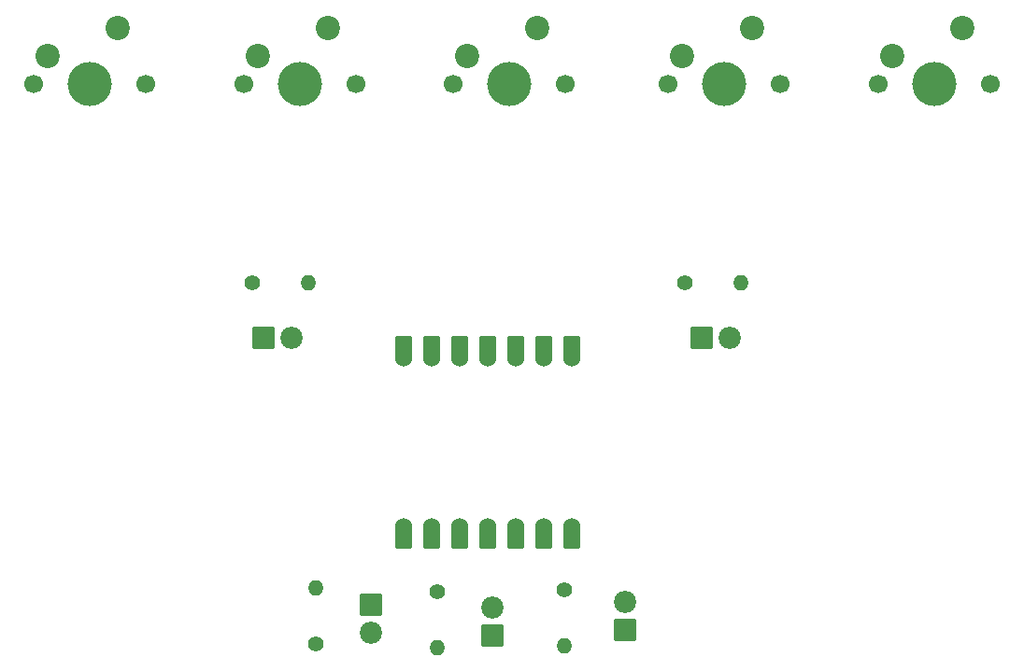
<source format=gbr>
%TF.GenerationSoftware,KiCad,Pcbnew,8.0.1*%
%TF.CreationDate,2025-07-05T17:57:54-03:00*%
%TF.ProjectId,camera,63616d65-7261-42e6-9b69-6361645f7063,rev?*%
%TF.SameCoordinates,Original*%
%TF.FileFunction,Soldermask,Top*%
%TF.FilePolarity,Negative*%
%FSLAX46Y46*%
G04 Gerber Fmt 4.6, Leading zero omitted, Abs format (unit mm)*
G04 Created by KiCad (PCBNEW 8.0.1) date 2025-07-05 17:57:54*
%MOMM*%
%LPD*%
G01*
G04 APERTURE LIST*
G04 Aperture macros list*
%AMRoundRect*
0 Rectangle with rounded corners*
0 $1 Rounding radius*
0 $2 $3 $4 $5 $6 $7 $8 $9 X,Y pos of 4 corners*
0 Add a 4 corners polygon primitive as box body*
4,1,4,$2,$3,$4,$5,$6,$7,$8,$9,$2,$3,0*
0 Add four circle primitives for the rounded corners*
1,1,$1+$1,$2,$3*
1,1,$1+$1,$4,$5*
1,1,$1+$1,$6,$7*
1,1,$1+$1,$8,$9*
0 Add four rect primitives between the rounded corners*
20,1,$1+$1,$2,$3,$4,$5,0*
20,1,$1+$1,$4,$5,$6,$7,0*
20,1,$1+$1,$6,$7,$8,$9,0*
20,1,$1+$1,$8,$9,$2,$3,0*%
G04 Aperture macros list end*
%ADD10RoundRect,0.152400X0.609600X-1.063600X0.609600X1.063600X-0.609600X1.063600X-0.609600X-1.063600X0*%
%ADD11C,1.524000*%
%ADD12RoundRect,0.152400X-0.609600X1.063600X-0.609600X-1.063600X0.609600X-1.063600X0.609600X1.063600X0*%
%ADD13C,1.700000*%
%ADD14C,4.000000*%
%ADD15C,2.200000*%
%ADD16C,1.400000*%
%ADD17O,1.400000X1.400000*%
%ADD18C,2.019000*%
%ADD19RoundRect,0.102000X0.907500X-0.907500X0.907500X0.907500X-0.907500X0.907500X-0.907500X-0.907500X0*%
%ADD20RoundRect,0.102000X-0.907500X0.907500X-0.907500X-0.907500X0.907500X-0.907500X0.907500X0.907500X0*%
%ADD21RoundRect,0.102000X-0.907500X-0.907500X0.907500X-0.907500X0.907500X0.907500X-0.907500X0.907500X0*%
G04 APERTURE END LIST*
D10*
%TO.C,U1*%
X152677000Y-104987000D03*
D11*
X152677000Y-105822000D03*
D10*
X150137000Y-104987000D03*
D11*
X150137000Y-105822000D03*
D10*
X147597000Y-104987000D03*
D11*
X147597000Y-105822000D03*
D10*
X145057000Y-104987000D03*
D11*
X145057000Y-105822000D03*
D10*
X142517000Y-104987000D03*
D11*
X142517000Y-105822000D03*
D10*
X139977000Y-104987000D03*
D11*
X139977000Y-105822000D03*
D10*
X137437000Y-104987000D03*
D11*
X137437000Y-105822000D03*
X137437000Y-121062000D03*
D12*
X137437000Y-121897000D03*
D11*
X139977000Y-121062000D03*
D12*
X139977000Y-121897000D03*
D11*
X142517000Y-121062000D03*
D12*
X142517000Y-121897000D03*
D11*
X145057000Y-121062000D03*
D12*
X145057000Y-121897000D03*
D11*
X147597000Y-121062000D03*
D12*
X147597000Y-121897000D03*
D11*
X150137000Y-121062000D03*
D12*
X150137000Y-121897000D03*
D11*
X152677000Y-121062000D03*
D12*
X152677000Y-121897000D03*
%TD*%
D13*
%TO.C,SW5*%
X103932000Y-80982000D03*
D14*
X109012000Y-80982000D03*
D13*
X114092000Y-80982000D03*
D15*
X111552000Y-75902000D03*
X105202000Y-78442000D03*
%TD*%
D13*
%TO.C,SW4*%
X122932000Y-80982000D03*
D14*
X128012000Y-80982000D03*
D13*
X133092000Y-80982000D03*
D15*
X130552000Y-75902000D03*
X124202000Y-78442000D03*
%TD*%
D13*
%TO.C,SW3*%
X141932000Y-80982000D03*
D14*
X147012000Y-80982000D03*
D13*
X152092000Y-80982000D03*
D15*
X149552000Y-75902000D03*
X143202000Y-78442000D03*
%TD*%
D13*
%TO.C,SW2*%
X161432000Y-80982000D03*
D14*
X166512000Y-80982000D03*
D13*
X171592000Y-80982000D03*
D15*
X169052000Y-75902000D03*
X162702000Y-78442000D03*
%TD*%
%TO.C,SW1*%
X181702000Y-78442000D03*
X188052000Y-75902000D03*
D13*
X190592000Y-80982000D03*
D14*
X185512000Y-80982000D03*
D13*
X180432000Y-80982000D03*
%TD*%
D16*
%TO.C,R5*%
X152012000Y-126862000D03*
D17*
X152012000Y-131942000D03*
%TD*%
%TO.C,R4*%
X140512000Y-132062000D03*
D16*
X140512000Y-126982000D03*
%TD*%
D17*
%TO.C,R3*%
X129512000Y-126712000D03*
D16*
X129512000Y-131792000D03*
%TD*%
D17*
%TO.C,R2*%
X168012000Y-98982000D03*
D16*
X162932000Y-98982000D03*
%TD*%
%TO.C,R1*%
X123742000Y-98982000D03*
D17*
X128822000Y-98982000D03*
%TD*%
D18*
%TO.C,D5*%
X157512000Y-127942000D03*
D19*
X157512000Y-130482000D03*
%TD*%
D18*
%TO.C,D4*%
X145512000Y-128442000D03*
D19*
X145512000Y-130982000D03*
%TD*%
D20*
%TO.C,D3*%
X134512000Y-128172000D03*
D18*
X134512000Y-130712000D03*
%TD*%
%TO.C,D2*%
X167012000Y-103982000D03*
D21*
X164472000Y-103982000D03*
%TD*%
%TO.C,D1*%
X124742000Y-103982000D03*
D18*
X127282000Y-103982000D03*
%TD*%
M02*

</source>
